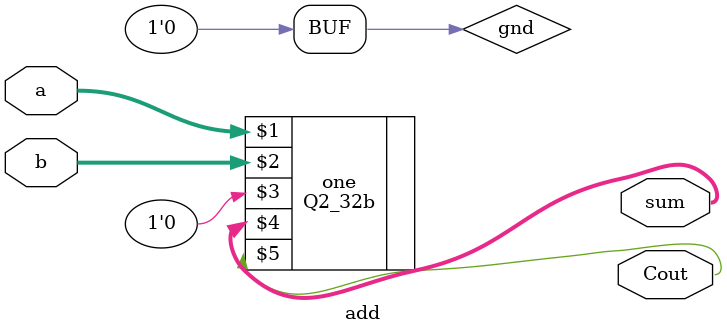
<source format=v>
`timescale 1ns / 1ps
module add(
    input [31:0] a,
    input [31:0] b ,
    output [31:0] sum,
    output Cout
    );

    //This is the structuaral version.

    supply0 gnd;
    Q2_32b one (a, b, gnd, sum, Cout);

endmodule

</source>
